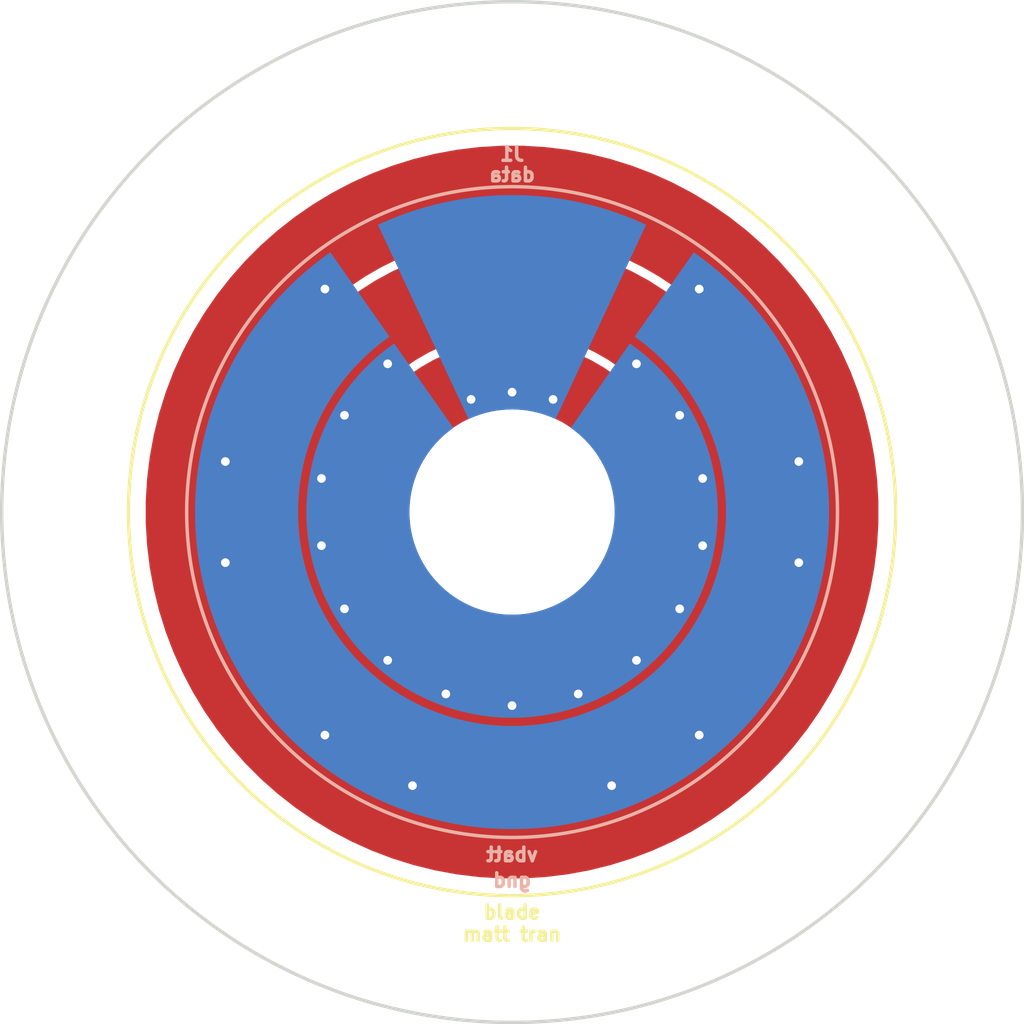
<source format=kicad_pcb>
(kicad_pcb (version 20211014) (generator pcbnew)
  (layers (0 "F.Cu" signal) (31 "B.Cu" signal) (34 "B.Paste" user) (35 "F.Paste" user) (36 "B.SilkS" user "B.Silkscreen") (37 "F.SilkS" user "F.Silkscreen") (38 "B.Mask" user) (39 "F.Mask" user) (44 "Edge.Cuts" user))
  (net 0 "")
  (net 1 "/gnd")
  (footprint "TestPoint:TestPoint_Pad_1.0x1.0mm" (layer "F.Cu") (at 147.75 98.25)
    (fp_text reference "J1" (at 0 -10.45) (layer "B.SilkS") (effects (font (size 0.4 0.4) (thickness 0.1)) (justify mirror)))
    (fp_text value "blade")
    (fp_circle (center 0 0) (end 9.5 0) (layer "B.SilkS") (width 0.1) (fill none))
    (fp_circle (center 0 0) (end 11.2 0) (layer "F.SilkS") (width 0.1) (fill none))
    (pad "" np_thru_hole circle (at 6.5 -11.25833 60) (size 2 2) (drill 2) (layers F&B.Cu *.Mask))
    (pad "" np_thru_hole circle (at 6.5 11.25833 300) (size 2 2) (drill 2) (layers F&B.Cu *.Mask))
    (pad "" np_thru_hole circle (at -6.5 -11.25833 120) (size 2 2) (drill 2) (layers F&B.Cu *.Mask))
    (pad "" np_thru_hole circle (at 13 0) (size 2 2) (drill 2) (layers F&B.Cu *.Mask))
    (pad "" np_thru_hole circle (at -6.5 11.25833 240) (size 2 2) (drill 2) (layers F&B.Cu *.Mask))
    (pad "" np_thru_hole circle (at 0 0) (size 5.6 5.6) (drill 5.6) (layers F&B.Cu *.Mask))
    (pad "" np_thru_hole circle (at -13 0 180) (size 2 2) (drill 2) (layers F&B.Cu *.Mask))
    (pad "1" smd custom (at 0 0) (size 0 0) (layers "F.Cu") (net 1 "/gnd") (options (clearance outline) (anchor circle)) (primitives (gr_circle (center 0 0) (end 4 0) (width 2))))
    (pad "1" smd circle (at -0.071986 4) (size 2 2) (layers "F.Cu" "F.Mask") (net 1 "/gnd"))
    (pad "1" smd custom (at 0 7.75) (size 1.524 1.524) (layers "B.Cu" "B.Mask") (net 1 "/gnd") (options (clearance outline) (anchor circle)) (primitives (gr_poly (pts (arc (start -5.306355 -15.327055) (mid -0.000108 1.500612) (end 5.305222 -15.327344)) (arc (start 3.584493 -12.869888) (mid -0.000963 -1.499388) (end -3.584225 -12.870579))) (width 0.01) (fill yes))))
    (pad "1" smd circle (at -3.428109 -2.062342 240) (size 2 2) (layers "F.Cu" "F.Mask") (net 1 "/gnd"))
    (pad "1" smd circle (at 3.500095 -1.937658 120) (size 2 2) (layers "F.Cu" "F.Mask") (net 1 "/gnd"))
    (pad "2" smd circle (at 3.275 -5.672466 150) (size 2 2) (layers "F.Cu" "F.Mask") (net 1 "/gnd"))
    (pad "2" smd circle (at -3.275 5.672466 330) (size 2 2) (layers "F.Cu" "F.Mask") (net 1 "/gnd"))
    (pad "2" smd circle (at 6.55 0 90) (size 2 2) (layers "F.Cu" "F.Mask") (net 1 "/gnd"))
    (pad "2" smd custom (at 0 0) (size 0 0) (layers "F.Cu") (net 1 "/gnd") (options (clearance outline) (anchor circle)) (primitives (gr_circle (center 0 0) (end 6.55 0) (width 2.6))))
    (pad "2" smd custom (at 0 4.5) (size 1.524 1.524) (layers "B.Cu" "B.Mask") (net 1 "/gnd") (options (clearance outline) (anchor circle)) (primitives (gr_poly (pts (arc (start -1.720641 -6.957518) (mid -0.000054 -1.5) (end 1.720729 -6.957456)) (arc (start 3.441099 -9.4151) (mid 0.000199 1.500612) (end -3.442734 -9.414458))) (width 0.01) (fill yes))))
    (pad "2" smd circle (at -3.275 -5.672466 210) (size 2 2) (layers "F.Cu" "F.Mask") (net 1 "/gnd"))
    (pad "2" smd circle (at 3.275 5.672466 30) (size 2 2) (layers "F.Cu" "F.Mask") (net 1 "/gnd"))
    (pad "2" smd circle (at -6.55 0 270) (size 2 2) (layers "F.Cu" "F.Mask") (net 1 "/gnd"))
    (pad "3" smd circle (at 0 9.4) (size 2 2) (layers "F.Cu" "F.Mask") (net 1 "/gnd"))
    (pad "3" smd circle (at 0 -9.4 180) (size 2 2) (layers "F.Cu" "F.Mask") (net 1 "/gnd"))
    (pad "3" smd circle (at -8.140639 -4.7 240) (size 2 2) (layers "F.Cu" "F.Mask") (net 1 "/gnd"))
    (pad "3" smd custom (at 0 0) (size 0 0) (layers "F.Cu") (net 1 "/gnd") (options (clearance outline) (anchor circle)) (primitives (gr_circle (center 0 0) (end 9.4 0) (width 2.6))))
    (pad "3" smd circle (at 8.140639 -4.7 120) (size 2 2) (layers "F.Cu" "F.Mask") (net 1 "/gnd"))
    (pad "3" smd custom (at 0 -4) (size 1.524 1.524) (layers "B.Cu" "B.Mask") (net 1 "/gnd") (options (clearance outline) (anchor circle)) (primitives (gr_poly (pts (arc (start 1.268065 1.281175) (mid 0.000116 1) (end -1.267855 1.281077)) (arc (start -3.909219 -4.383347) (mid -0.001678 -5.25) (end 3.906178 -4.384765))) (width 0.01) (fill yes))))
    (pad "3" smd circle (at 8.140639 4.7 60) (size 2 2) (layers "F.Cu" "F.Mask") (net 1 "/gnd"))
    (pad "3" smd circle (at -8.140639 4.7 300) (size 2 2) (layers "F.Cu" "F.Mask") (net 1 "/gnd"))
  )
  (gr_circle (center 147.75 98.25) (end 162.65 98.25) (layer "Edge.Cuts") (width 0.1) (fill none))
  (gr_text "vbatt" (at 147.75 108.25) (layer "B.SilkS") (effects (font (size 0.4 0.4) (thickness 0.1)) (justify mirror)))
  (gr_text "gnd" (at 147.75 109) (layer "B.SilkS") (effects (font (size 0.4 0.4) (thickness 0.1)) (justify mirror)))
  (gr_text "data" (at 147.75 88.4) (layer "B.SilkS") (effects (font (size 0.4 0.4) (thickness 0.1)) (justify mirror)))
  (gr_text "blade\nmatt tran" (at 147.75 110.25) (layer "F.SilkS") (effects (font (size 0.4 0.4) (thickness 0.1))))
  (via (at 152.643044 95.425) (size 0.508) (drill 0.254) (layers "F.Cu" "B.Cu") (net 1))
  (via (at 142.185836 97.268888) (size 0.508) (drill 0.254) (layers "F.Cu" "B.Cu") (net 1))
  (via (at 147.75 103.9) (size 0.508) (drill 0.254) (layers "F.Cu" "B.Cu") (net 1))
  (via (at 153.213695 91.738622) (size 0.508) (drill 0.254) (layers "F.Cu" "B.Cu") (net 1))
  (via (at 142.286305 91.738622) (size 0.508) (drill 0.254) (layers "F.Cu" "B.Cu") (net 1))
  (via (at 152.643044 101.075) (size 0.508) (drill 0.254) (layers "F.Cu" "B.Cu") (net 1))
  (via (at 153.314164 97.268888) (size 0.508) (drill 0.254) (layers "F.Cu" "B.Cu") (net 1))
  (via (at 156.120866 99.72601) (size 0.508) (drill 0.254) (layers "F.Cu" "B.Cu") (net 1))
  (via (at 146.552929 94.961076) (size 0.508) (drill 0.254) (layers "F.Cu" "B.Cu") (net 1))
  (via (at 144.11825 102.578151) (size 0.508) (drill 0.254) (layers "F.Cu" "B.Cu") (net 1))
  (via (at 151.38175 93.921849) (size 0.508) (drill 0.254) (layers "F.Cu" "B.Cu") (net 1))
  (via (at 149.682414 103.559263) (size 0.508) (drill 0.254) (layers "F.Cu" "B.Cu") (net 1))
  (via (at 142.856956 101.075) (size 0.508) (drill 0.254) (layers "F.Cu" "B.Cu") (net 1))
  (via (at 144.842829 106.237387) (size 0.508) (drill 0.254) (layers "F.Cu" "B.Cu") (net 1))
  (via (at 148.947071 94.961076) (size 0.508) (drill 0.254) (layers "F.Cu" "B.Cu") (net 1))
  (via (at 142.856956 95.425) (size 0.508) (drill 0.254) (layers "F.Cu" "B.Cu") (net 1))
  (via (at 139.379134 99.72601) (size 0.508) (drill 0.254) (layers "F.Cu" "B.Cu") (net 1))
  (via (at 151.38175 102.578151) (size 0.508) (drill 0.254) (layers "F.Cu" "B.Cu") (net 1))
  (via (at 139.379134 96.77399) (size 0.508) (drill 0.254) (layers "F.Cu" "B.Cu") (net 1))
  (via (at 150.657171 106.237387) (size 0.508) (drill 0.254) (layers "F.Cu" "B.Cu") (net 1))
  (via (at 142.286305 104.761378) (size 0.508) (drill 0.254) (layers "F.Cu" "B.Cu") (net 1))
  (via (at 147.75 94.75) (size 0.508) (drill 0.254) (layers "F.Cu" "B.Cu") (net 1))
  (via (at 156.120866 96.77399) (size 0.508) (drill 0.254) (layers "F.Cu" "B.Cu") (net 1))
  (via (at 153.213695 104.761378) (size 0.508) (drill 0.254) (layers "F.Cu" "B.Cu") (net 1))
  (via (at 144.11825 93.921849) (size 0.508) (drill 0.254) (layers "F.Cu" "B.Cu") (net 1))
  (via (at 153.314164 99.231112) (size 0.508) (drill 0.254) (layers "F.Cu" "B.Cu") (net 1))
  (via (at 142.185836 99.231112) (size 0.508) (drill 0.254) (layers "F.Cu" "B.Cu") (net 1))
  (via (at 145.817586 103.559263) (size 0.508) (drill 0.254) (layers "F.Cu" "B.Cu") (net 1))
)
</source>
